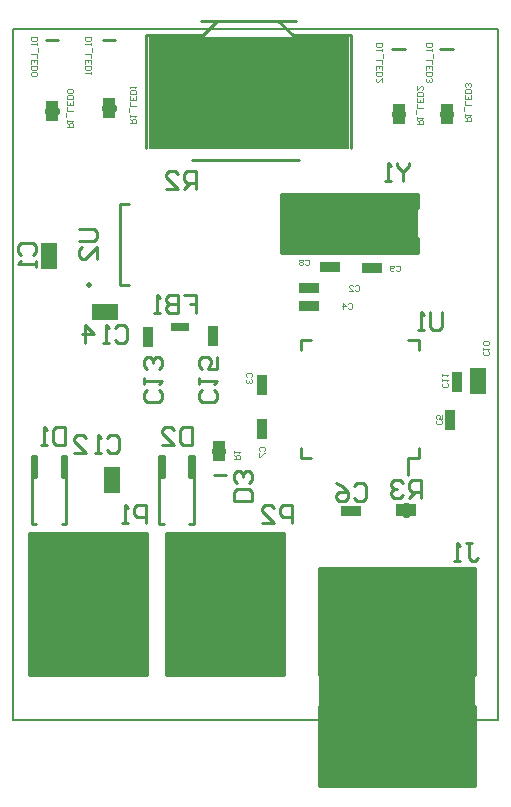
<source format=gto>
%FSLAX25Y25*%
%MOIN*%
G70*
G01*
G75*
%ADD10R,0.21654X0.07874*%
%ADD11R,0.22047X0.22047*%
%ADD12R,0.07874X0.04724*%
%ADD13R,0.00866X0.05906*%
%ADD14R,0.05906X0.00866*%
%ADD15R,0.03937X0.03937*%
%ADD16R,0.03937X0.03937*%
%ADD17R,0.03740X0.02756*%
%ADD18R,0.05118X0.03937*%
%ADD19R,0.06614X0.07874*%
%ADD20R,0.02362X0.05709*%
%ADD21R,0.05709X0.02362*%
%ADD22C,0.03150*%
%ADD23C,0.01063*%
%ADD24C,0.01000*%
%ADD25C,0.00945*%
%ADD26C,0.03937*%
%ADD27R,0.46063X0.19685*%
%ADD28R,0.07087X0.03937*%
%ADD29R,0.66929X0.37402*%
%ADD30R,0.03937X0.07087*%
%ADD31R,0.39370X0.47244*%
%ADD32R,0.51968X0.72835*%
%ADD33R,0.06496X0.02756*%
%ADD34R,0.03543X0.06693*%
%ADD35R,0.08661X0.05709*%
%ADD36R,0.05709X0.08661*%
%ADD37R,0.06693X0.03543*%
%ADD38C,0.04921*%
%ADD39R,0.07874X0.07874*%
%ADD40C,0.00787*%
%ADD41C,0.07874*%
%ADD42C,0.05906*%
%ADD43C,0.13780*%
%ADD44C,0.05000*%
%ADD45C,0.03937*%
%ADD46C,0.01969*%
%ADD47C,0.00394*%
G54D24*
X515983Y170520D02*
Y175343D01*
X470313D01*
Y170520D02*
Y175343D01*
Y155657D02*
Y160480D01*
X515983Y155657D02*
X470313D01*
X515983D02*
Y160480D01*
X416931Y145114D02*
Y171886D01*
X419884Y145114D02*
X416931D01*
X419884Y171886D02*
X416931D01*
X476963Y87315D02*
Y90760D01*
X480408Y87315D02*
X476963D01*
Y123240D02*
Y126685D01*
X480408D02*
X476963D01*
X516333Y123240D02*
Y126685D01*
X512888D01*
Y81705D02*
Y87315D01*
X516333D02*
X512888D01*
X516333D02*
Y90760D01*
X512837Y71870D02*
X511459D01*
X512837Y68130D02*
X511459D01*
X475396Y232988D02*
X443900D01*
X449215D02*
X444300Y228264D01*
X425593D01*
X474313D02*
X469589Y232988D01*
X493703Y228264D02*
X474313D01*
X425593Y190764D02*
Y228264D01*
X493703Y190764D02*
Y228264D01*
X476577Y186630D02*
X440750D01*
X527518Y201311D02*
Y202689D01*
X523778Y201311D02*
Y202689D01*
X511518Y201311D02*
Y202689D01*
X507778Y201311D02*
Y202689D01*
X415018Y203311D02*
Y204689D01*
X411278Y203311D02*
Y204689D01*
X396018Y202311D02*
Y203689D01*
X392278Y202311D02*
Y203689D01*
X447778Y88811D02*
Y90189D01*
X451518Y88811D02*
Y90189D01*
X471443Y14996D02*
X432073D01*
Y62240D01*
X471443D02*
X432073D01*
X471443Y14996D02*
Y62240D01*
X425943Y14996D02*
X386573D01*
Y62240D01*
X425943D02*
X386573D01*
X425943Y14996D02*
Y62240D01*
X483262Y14980D02*
Y50709D01*
Y-22126D02*
Y4646D01*
X535231Y-22126D02*
X483262D01*
X535231D02*
Y4646D01*
Y14980D02*
Y50709D01*
X483262D01*
X452136Y81488D02*
X448081D01*
X441357Y65181D02*
Y87819D01*
Y65181D02*
X439880D01*
X441357Y87819D02*
X439880D01*
Y81028D02*
Y87819D01*
X441357Y81028D02*
X439880D01*
X440619D02*
Y87819D01*
X430678Y81028D02*
Y87819D01*
X431416Y81028D02*
X429939D01*
X431416D02*
Y87819D01*
X429939D01*
X431416Y65181D02*
X429939D01*
Y87819D01*
X527636Y223488D02*
X523581D01*
X511636D02*
X507581D01*
X415136Y226488D02*
X411081D01*
X396136D02*
X392081D01*
X398857Y65181D02*
Y87819D01*
Y65181D02*
X397380D01*
X398857Y87819D02*
X397380D01*
Y81028D02*
Y87819D01*
X398857Y81028D02*
X397380D01*
X398119D02*
Y87819D01*
X388178Y81028D02*
Y87819D01*
X388916Y81028D02*
X387439D01*
X388916D02*
Y87819D01*
X387439D01*
X388916Y65181D02*
X387439D01*
Y87819D01*
X474148Y65500D02*
Y71498D01*
X471149D01*
X470149Y70498D01*
Y68499D01*
X471149Y67499D01*
X474148D01*
X464151Y65500D02*
X468150D01*
X464151Y69499D01*
Y70498D01*
X465151Y71498D01*
X467150D01*
X468150Y70498D01*
X412399Y93948D02*
X413399Y94948D01*
X415398D01*
X416398Y93948D01*
Y89950D01*
X415398Y88950D01*
X413399D01*
X412399Y89950D01*
X410400Y88950D02*
X408401D01*
X409400D01*
Y94948D01*
X410400Y93948D01*
X401403Y88950D02*
X405402D01*
X401403Y92949D01*
Y93948D01*
X402403Y94948D01*
X404402D01*
X405402Y93948D01*
X429646Y109999D02*
X430646Y108999D01*
Y107000D01*
X429646Y106000D01*
X425648D01*
X424648Y107000D01*
Y108999D01*
X425648Y109999D01*
X424648Y111998D02*
Y113997D01*
Y112998D01*
X430646D01*
X429646Y111998D01*
Y116996D02*
X430646Y117996D01*
Y119995D01*
X429646Y120995D01*
X428647D01*
X427647Y119995D01*
Y118996D01*
Y119995D01*
X426647Y120995D01*
X425648D01*
X424648Y119995D01*
Y117996D01*
X425648Y116996D01*
X415149Y130498D02*
X416149Y131498D01*
X418148D01*
X419148Y130498D01*
Y126500D01*
X418148Y125500D01*
X416149D01*
X415149Y126500D01*
X413150Y125500D02*
X411151D01*
X412150D01*
Y131498D01*
X413150Y130498D01*
X405153Y125500D02*
Y131498D01*
X408152Y128499D01*
X404153D01*
X448146Y109999D02*
X449146Y108999D01*
Y107000D01*
X448146Y106000D01*
X444148D01*
X443148Y107000D01*
Y108999D01*
X444148Y109999D01*
X443148Y111998D02*
Y113997D01*
Y112998D01*
X449146D01*
X448146Y111998D01*
X449146Y120995D02*
Y116996D01*
X446147D01*
X447147Y118996D01*
Y119995D01*
X446147Y120995D01*
X444148D01*
X443148Y119995D01*
Y117996D01*
X444148Y116996D01*
X460646Y73000D02*
X454648D01*
Y75999D01*
X455648Y76999D01*
X459647D01*
X460646Y75999D01*
Y73000D01*
X459647Y78998D02*
X460646Y79998D01*
Y81997D01*
X459647Y82997D01*
X458647D01*
X457647Y81997D01*
Y80997D01*
Y81997D01*
X456647Y82997D01*
X455648D01*
X454648Y81997D01*
Y79998D01*
X455648Y78998D01*
X438149Y141498D02*
X442148D01*
Y138499D01*
X440149D01*
X442148D01*
Y135500D01*
X436150Y141498D02*
Y135500D01*
X433151D01*
X432151Y136500D01*
Y137499D01*
X433151Y138499D01*
X436150D01*
X433151D01*
X432151Y139499D01*
Y140498D01*
X433151Y141498D01*
X436150D01*
X430152Y135500D02*
X428153D01*
X429152D01*
Y141498D01*
X430152Y140498D01*
X532149Y58998D02*
X534149D01*
X533149D01*
Y54000D01*
X534149Y53000D01*
X535148D01*
X536148Y54000D01*
X530150Y53000D02*
X528151D01*
X529150D01*
Y58998D01*
X530150Y57998D01*
X425398Y65750D02*
Y71748D01*
X422399D01*
X421399Y70748D01*
Y68749D01*
X422399Y67749D01*
X425398D01*
X419400Y65750D02*
X417401D01*
X418400D01*
Y71748D01*
X419400Y70748D01*
X442148Y177000D02*
Y182998D01*
X439149D01*
X438149Y181998D01*
Y179999D01*
X439149Y178999D01*
X442148D01*
X440149D02*
X438149Y177000D01*
X432151D02*
X436150D01*
X432151Y180999D01*
Y181998D01*
X433151Y182998D01*
X435150D01*
X436150Y181998D01*
X517148Y74000D02*
Y79998D01*
X514149D01*
X513149Y78998D01*
Y76999D01*
X514149Y75999D01*
X517148D01*
X515149D02*
X513149Y74000D01*
X511150Y78998D02*
X510150Y79998D01*
X508151D01*
X507151Y78998D01*
Y77999D01*
X508151Y76999D01*
X509151D01*
X508151D01*
X507151Y75999D01*
Y75000D01*
X508151Y74000D01*
X510150D01*
X511150Y75000D01*
X524148Y135998D02*
Y131000D01*
X523148Y130000D01*
X521149D01*
X520149Y131000D01*
Y135998D01*
X518150Y130000D02*
X516151D01*
X517150D01*
Y135998D01*
X518150Y134998D01*
X403150Y163500D02*
X408148D01*
X409148Y162500D01*
Y160501D01*
X408148Y159501D01*
X403150D01*
X409148Y153503D02*
Y157502D01*
X405149Y153503D01*
X404150D01*
X403150Y154503D01*
Y156502D01*
X404150Y157502D01*
X513148Y185498D02*
Y184498D01*
X511149Y182499D01*
X509149Y184498D01*
Y185498D01*
X511149Y182499D02*
Y179500D01*
X507150D02*
X505151D01*
X506150D01*
Y185498D01*
X507150Y184498D01*
X494649Y77998D02*
X495649Y78998D01*
X497648D01*
X498648Y77998D01*
Y74000D01*
X497648Y73000D01*
X495649D01*
X494649Y74000D01*
X488651Y78998D02*
X490651Y77998D01*
X492650Y75999D01*
Y74000D01*
X491650Y73000D01*
X489651D01*
X488651Y74000D01*
Y74999D01*
X489651Y75999D01*
X492650D01*
X383650Y155001D02*
X382650Y156001D01*
Y158000D01*
X383650Y159000D01*
X387648D01*
X388648Y158000D01*
Y156001D01*
X387648Y155001D01*
X388648Y153002D02*
Y151003D01*
Y152002D01*
X382650D01*
X383650Y153002D01*
X398348Y97698D02*
Y91700D01*
X395349D01*
X394349Y92700D01*
Y96698D01*
X395349Y97698D01*
X398348D01*
X392350Y91700D02*
X390351D01*
X391350D01*
Y97698D01*
X392350Y96698D01*
X440848Y97698D02*
Y91700D01*
X437849D01*
X436849Y92700D01*
Y96698D01*
X437849Y97698D01*
X440848D01*
X430851Y91700D02*
X434850D01*
X430851Y95699D01*
Y96698D01*
X431851Y97698D01*
X433850D01*
X434850Y96698D01*
G54D27*
X493148Y165500D02*
D03*
G54D28*
X512148Y70000D02*
D03*
G54D29*
X459648Y208972D02*
D03*
G54D30*
X525648Y202000D02*
D03*
X509648D02*
D03*
X413148Y204000D02*
D03*
X394148Y203000D02*
D03*
X449648Y89500D02*
D03*
G54D31*
X451758Y38618D02*
D03*
X406258D02*
D03*
G54D32*
X509246Y14291D02*
D03*
G54D33*
X436648Y131000D02*
D03*
G54D34*
X447648Y128000D02*
D03*
X426148Y127500D02*
D03*
X529148Y112500D02*
D03*
X464148Y97000D02*
D03*
X526648Y100000D02*
D03*
X464148Y111500D02*
D03*
G54D35*
X411648Y136000D02*
D03*
G54D36*
X414148Y80000D02*
D03*
X536148Y113000D02*
D03*
X393148Y154500D02*
D03*
G54D37*
X500648Y150500D02*
D03*
X486648Y151000D02*
D03*
X493648Y69500D02*
D03*
X479648Y138000D02*
D03*
Y144000D02*
D03*
G54D38*
X440940Y213619D02*
X440367Y214398D01*
X439404Y214310D01*
X438981Y213440D01*
X439506Y212628D01*
X440472Y212658D01*
X440947Y213500D01*
X460625Y213619D02*
X460052Y214398D01*
X459089Y214310D01*
X458666Y213440D01*
X459191Y212628D01*
X460157Y212658D01*
X460632Y213500D01*
X480310Y213619D02*
X479737Y214398D01*
X478774Y214310D01*
X478351Y213440D01*
X478876Y212628D01*
X479842Y212658D01*
X480317Y213500D01*
X457671Y53066D02*
X458245Y52287D01*
X459207Y52375D01*
X459630Y53245D01*
X459105Y54057D01*
X458139Y54027D01*
X457664Y53185D01*
X412171Y53066D02*
X412745Y52287D01*
X413707Y52375D01*
X414130Y53245D01*
X413605Y54057D01*
X412639Y54027D01*
X412164Y53185D01*
X496767Y33984D02*
X497546Y34557D01*
X497458Y35520D01*
X496588Y35943D01*
X495777Y35418D01*
X495806Y34451D01*
X496648Y33976D01*
X501787Y44023D02*
X502565Y44596D01*
X502478Y45559D01*
X501608Y45982D01*
X500796Y45457D01*
X500826Y44491D01*
X501668Y44016D01*
X506807Y33984D02*
X507585Y34557D01*
X507497Y35520D01*
X506628Y35943D01*
X505816Y35418D01*
X505845Y34451D01*
X506687Y33976D01*
X511826Y44023D02*
X512605Y44596D01*
X512517Y45559D01*
X511648Y45982D01*
X510836Y45457D01*
X510865Y44491D01*
X511707Y44016D01*
X516846Y33984D02*
X517625Y34557D01*
X517537Y35520D01*
X516667Y35943D01*
X515855Y35418D01*
X515885Y34451D01*
X516727Y33976D01*
X521866Y44023D02*
X522644Y44596D01*
X522556Y45559D01*
X521687Y45982D01*
X520875Y45457D01*
X520904Y44491D01*
X521746Y44016D01*
G54D39*
X444869Y33500D02*
D03*
X399369D02*
D03*
G54D40*
X542648Y0D02*
X381231D01*
X542648Y230315D02*
X381231D01*
X542648Y0D02*
Y230315D01*
X381231Y0D02*
Y230315D01*
G54D46*
X406302Y145114D02*
D03*
G54D47*
X459008Y114188D02*
X458680Y114516D01*
Y115172D01*
X459008Y115500D01*
X460320D01*
X460648Y115172D01*
Y114516D01*
X460320Y114188D01*
X459008Y113532D02*
X458680Y113204D01*
Y112548D01*
X459008Y112220D01*
X459336D01*
X459664Y112548D01*
Y112876D01*
Y112548D01*
X459992Y112220D01*
X460320D01*
X460648Y112548D01*
Y113204D01*
X460320Y113532D01*
X478336Y153140D02*
X478664Y153468D01*
X479320D01*
X479648Y153140D01*
Y151828D01*
X479320Y151500D01*
X478664D01*
X478336Y151828D01*
X477680Y153140D02*
X477352Y153468D01*
X476696D01*
X476368Y153140D01*
Y152812D01*
X476696Y152484D01*
X476368Y152156D01*
Y151828D01*
X476696Y151500D01*
X477352D01*
X477680Y151828D01*
Y152156D01*
X477352Y152484D01*
X477680Y152812D01*
Y153140D01*
X477352Y152484D02*
X476696D01*
X508836Y151140D02*
X509164Y151468D01*
X509820D01*
X510148Y151140D01*
Y149828D01*
X509820Y149500D01*
X509164D01*
X508836Y149828D01*
X508180D02*
X507852Y149500D01*
X507196D01*
X506868Y149828D01*
Y151140D01*
X507196Y151468D01*
X507852D01*
X508180Y151140D01*
Y150812D01*
X507852Y150484D01*
X506868D01*
X539288Y122812D02*
X539616Y122484D01*
Y121828D01*
X539288Y121500D01*
X537976D01*
X537648Y121828D01*
Y122484D01*
X537976Y122812D01*
X537648Y123468D02*
Y124124D01*
Y123796D01*
X539616D01*
X539288Y123468D01*
Y125108D02*
X539616Y125436D01*
Y126092D01*
X539288Y126420D01*
X537976D01*
X537648Y126092D01*
Y125436D01*
X537976Y125108D01*
X539288D01*
X525788Y112312D02*
X526116Y111984D01*
Y111328D01*
X525788Y111000D01*
X524476D01*
X524148Y111328D01*
Y111984D01*
X524476Y112312D01*
X524148Y112968D02*
Y113624D01*
Y113296D01*
X526116D01*
X525788Y112968D01*
X524148Y114608D02*
Y115264D01*
Y114936D01*
X526116D01*
X525788Y114608D01*
X454648Y87000D02*
X456616D01*
Y87984D01*
X456288Y88312D01*
X455632D01*
X455304Y87984D01*
Y87000D01*
Y87656D02*
X454648Y88312D01*
Y88968D02*
Y89624D01*
Y89296D01*
X456616D01*
X456288Y88968D01*
X387180Y227500D02*
X389148D01*
Y226516D01*
X388820Y226188D01*
X387508D01*
X387180Y226516D01*
Y227500D01*
X389148Y225532D02*
Y224876D01*
Y225204D01*
X387180D01*
X387508Y225532D01*
X389476Y223892D02*
Y222580D01*
X387180Y221924D02*
X389148D01*
Y220613D01*
X387180Y218645D02*
Y219956D01*
X389148D01*
Y218645D01*
X388164Y219956D02*
Y219301D01*
X387180Y217989D02*
X389148D01*
Y217005D01*
X388820Y216677D01*
X387508D01*
X387180Y217005D01*
Y217989D01*
X387508Y216021D02*
X387180Y215693D01*
Y215037D01*
X387508Y214709D01*
X388820D01*
X389148Y215037D01*
Y215693D01*
X388820Y216021D01*
X387508D01*
X405180Y227500D02*
X407148D01*
Y226516D01*
X406820Y226188D01*
X405508D01*
X405180Y226516D01*
Y227500D01*
X407148Y225532D02*
Y224876D01*
Y225204D01*
X405180D01*
X405508Y225532D01*
X407476Y223892D02*
Y222580D01*
X405180Y221924D02*
X407148D01*
Y220613D01*
X405180Y218645D02*
Y219956D01*
X407148D01*
Y218645D01*
X406164Y219956D02*
Y219301D01*
X405180Y217989D02*
X407148D01*
Y217005D01*
X406820Y216677D01*
X405508D01*
X405180Y217005D01*
Y217989D01*
X407148Y216021D02*
Y215365D01*
Y215693D01*
X405180D01*
X405508Y216021D01*
X502180Y225500D02*
X504148D01*
Y224516D01*
X503820Y224188D01*
X502508D01*
X502180Y224516D01*
Y225500D01*
X504148Y223532D02*
Y222876D01*
Y223204D01*
X502180D01*
X502508Y223532D01*
X504476Y221892D02*
Y220580D01*
X502180Y219924D02*
X504148D01*
Y218613D01*
X502180Y216645D02*
Y217956D01*
X504148D01*
Y216645D01*
X503164Y217956D02*
Y217301D01*
X502180Y215989D02*
X504148D01*
Y215005D01*
X503820Y214677D01*
X502508D01*
X502180Y215005D01*
Y215989D01*
X504148Y212709D02*
Y214021D01*
X502836Y212709D01*
X502508D01*
X502180Y213037D01*
Y213693D01*
X502508Y214021D01*
X518680Y225500D02*
X520648D01*
Y224516D01*
X520320Y224188D01*
X519008D01*
X518680Y224516D01*
Y225500D01*
X520648Y223532D02*
Y222876D01*
Y223204D01*
X518680D01*
X519008Y223532D01*
X520976Y221892D02*
Y220580D01*
X518680Y219924D02*
X520648D01*
Y218613D01*
X518680Y216645D02*
Y217956D01*
X520648D01*
Y216645D01*
X519664Y217956D02*
Y217301D01*
X518680Y215989D02*
X520648D01*
Y215005D01*
X520320Y214677D01*
X519008D01*
X518680Y215005D01*
Y215989D01*
X519008Y214021D02*
X518680Y213693D01*
Y213037D01*
X519008Y212709D01*
X519336D01*
X519664Y213037D01*
Y213365D01*
Y213037D01*
X519992Y212709D01*
X520320D01*
X520648Y213037D01*
Y213693D01*
X520320Y214021D01*
X399148Y197500D02*
X401116D01*
Y198484D01*
X400788Y198812D01*
X400132D01*
X399804Y198484D01*
Y197500D01*
Y198156D02*
X399148Y198812D01*
Y199468D02*
Y200124D01*
Y199796D01*
X401116D01*
X400788Y199468D01*
X398820Y201108D02*
Y202420D01*
X401116Y203076D02*
X399148D01*
Y204387D01*
X401116Y206355D02*
Y205044D01*
X399148D01*
Y206355D01*
X400132Y205044D02*
Y205699D01*
X401116Y207011D02*
X399148D01*
Y207995D01*
X399476Y208323D01*
X400788D01*
X401116Y207995D01*
Y207011D01*
X400788Y208979D02*
X401116Y209307D01*
Y209963D01*
X400788Y210291D01*
X399476D01*
X399148Y209963D01*
Y209307D01*
X399476Y208979D01*
X400788D01*
X420148Y199000D02*
X422116D01*
Y199984D01*
X421788Y200312D01*
X421132D01*
X420804Y199984D01*
Y199000D01*
Y199656D02*
X420148Y200312D01*
Y200968D02*
Y201624D01*
Y201296D01*
X422116D01*
X421788Y200968D01*
X419820Y202608D02*
Y203920D01*
X422116Y204576D02*
X420148D01*
Y205888D01*
X422116Y207855D02*
Y206543D01*
X420148D01*
Y207855D01*
X421132Y206543D02*
Y207199D01*
X422116Y208511D02*
X420148D01*
Y209495D01*
X420476Y209823D01*
X421788D01*
X422116Y209495D01*
Y208511D01*
X420148Y210479D02*
Y211135D01*
Y210807D01*
X422116D01*
X421788Y210479D01*
X515648Y198500D02*
X517616D01*
Y199484D01*
X517288Y199812D01*
X516632D01*
X516304Y199484D01*
Y198500D01*
Y199156D02*
X515648Y199812D01*
Y200468D02*
Y201124D01*
Y200796D01*
X517616D01*
X517288Y200468D01*
X515320Y202108D02*
Y203420D01*
X517616Y204076D02*
X515648D01*
Y205387D01*
X517616Y207355D02*
Y206044D01*
X515648D01*
Y207355D01*
X516632Y206044D02*
Y206699D01*
X517616Y208011D02*
X515648D01*
Y208995D01*
X515976Y209323D01*
X517288D01*
X517616Y208995D01*
Y208011D01*
X515648Y211291D02*
Y209979D01*
X516960Y211291D01*
X517288D01*
X517616Y210963D01*
Y210307D01*
X517288Y209979D01*
X531648Y199500D02*
X533616D01*
Y200484D01*
X533288Y200812D01*
X532632D01*
X532304Y200484D01*
Y199500D01*
Y200156D02*
X531648Y200812D01*
Y201468D02*
Y202124D01*
Y201796D01*
X533616D01*
X533288Y201468D01*
X531320Y203108D02*
Y204420D01*
X533616Y205076D02*
X531648D01*
Y206387D01*
X533616Y208355D02*
Y207044D01*
X531648D01*
Y208355D01*
X532632Y207044D02*
Y207699D01*
X533616Y209011D02*
X531648D01*
Y209995D01*
X531976Y210323D01*
X533288D01*
X533616Y209995D01*
Y209011D01*
X533288Y210979D02*
X533616Y211307D01*
Y211963D01*
X533288Y212291D01*
X532960D01*
X532632Y211963D01*
Y211635D01*
Y211963D01*
X532304Y212291D01*
X531976D01*
X531648Y211963D01*
Y211307D01*
X531976Y210979D01*
X494990Y144640D02*
X495318Y144968D01*
X495974D01*
X496302Y144640D01*
Y143328D01*
X495974Y143000D01*
X495318D01*
X494990Y143328D01*
X493022Y143000D02*
X494334D01*
X493022Y144312D01*
Y144640D01*
X493350Y144968D01*
X494006D01*
X494334Y144640D01*
X492836Y138640D02*
X493164Y138968D01*
X493820D01*
X494148Y138640D01*
Y137328D01*
X493820Y137000D01*
X493164D01*
X492836Y137328D01*
X491196Y137000D02*
Y138968D01*
X492180Y137984D01*
X490868D01*
X523788Y99812D02*
X524116Y99484D01*
Y98828D01*
X523788Y98500D01*
X522476D01*
X522148Y98828D01*
Y99484D01*
X522476Y99812D01*
X524116Y101780D02*
Y100468D01*
X523132D01*
X523460Y101124D01*
Y101452D01*
X523132Y101780D01*
X522476D01*
X522148Y101452D01*
Y100796D01*
X522476Y100468D01*
X463508Y89688D02*
X463180Y90016D01*
Y90672D01*
X463508Y91000D01*
X464820D01*
X465148Y90672D01*
Y90016D01*
X464820Y89688D01*
X463180Y89032D02*
Y87720D01*
X463508D01*
X464820Y89032D01*
X465148D01*
M02*

</source>
